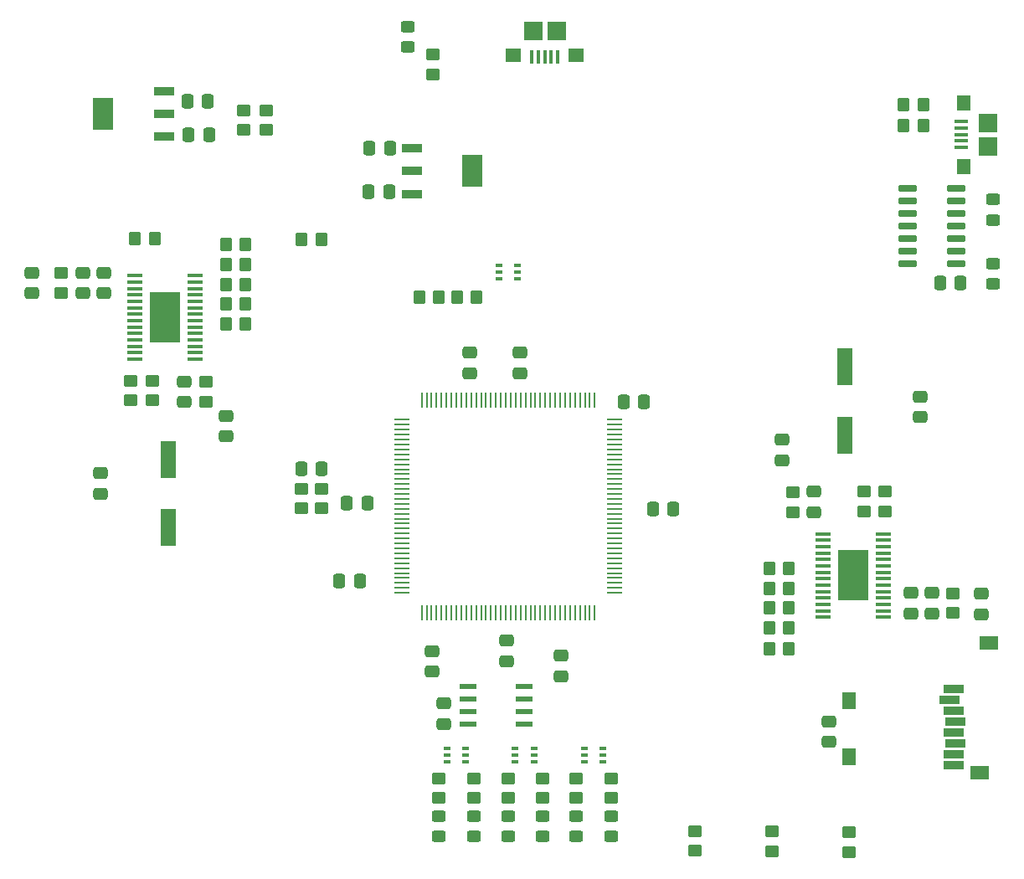
<source format=gbr>
%TF.GenerationSoftware,KiCad,Pcbnew,7.0.6*%
%TF.CreationDate,2024-03-10T14:45:18-07:00*%
%TF.ProjectId,MainBoard,4d61696e-426f-4617-9264-2e6b69636164,0.2*%
%TF.SameCoordinates,Original*%
%TF.FileFunction,Paste,Top*%
%TF.FilePolarity,Positive*%
%FSLAX46Y46*%
G04 Gerber Fmt 4.6, Leading zero omitted, Abs format (unit mm)*
G04 Created by KiCad (PCBNEW 7.0.6) date 2024-03-10 14:45:18*
%MOMM*%
%LPD*%
G01*
G04 APERTURE LIST*
G04 Aperture macros list*
%AMRoundRect*
0 Rectangle with rounded corners*
0 $1 Rounding radius*
0 $2 $3 $4 $5 $6 $7 $8 $9 X,Y pos of 4 corners*
0 Add a 4 corners polygon primitive as box body*
4,1,4,$2,$3,$4,$5,$6,$7,$8,$9,$2,$3,0*
0 Add four circle primitives for the rounded corners*
1,1,$1+$1,$2,$3*
1,1,$1+$1,$4,$5*
1,1,$1+$1,$6,$7*
1,1,$1+$1,$8,$9*
0 Add four rect primitives between the rounded corners*
20,1,$1+$1,$2,$3,$4,$5,0*
20,1,$1+$1,$4,$5,$6,$7,0*
20,1,$1+$1,$6,$7,$8,$9,0*
20,1,$1+$1,$8,$9,$2,$3,0*%
G04 Aperture macros list end*
%ADD10RoundRect,0.250000X0.450000X-0.325000X0.450000X0.325000X-0.450000X0.325000X-0.450000X-0.325000X0*%
%ADD11RoundRect,0.250000X-0.475000X0.337500X-0.475000X-0.337500X0.475000X-0.337500X0.475000X0.337500X0*%
%ADD12RoundRect,0.250000X0.450000X-0.350000X0.450000X0.350000X-0.450000X0.350000X-0.450000X-0.350000X0*%
%ADD13RoundRect,0.250000X0.337500X0.475000X-0.337500X0.475000X-0.337500X-0.475000X0.337500X-0.475000X0*%
%ADD14RoundRect,0.250000X0.475000X-0.337500X0.475000X0.337500X-0.475000X0.337500X-0.475000X-0.337500X0*%
%ADD15RoundRect,0.250000X-0.350000X-0.450000X0.350000X-0.450000X0.350000X0.450000X-0.350000X0.450000X0*%
%ADD16R,0.650000X0.400000*%
%ADD17RoundRect,0.250000X-0.450000X0.350000X-0.450000X-0.350000X0.450000X-0.350000X0.450000X0.350000X0*%
%ADD18RoundRect,0.250000X0.350000X0.450000X-0.350000X0.450000X-0.350000X-0.450000X0.350000X-0.450000X0*%
%ADD19R,1.599999X0.449999*%
%ADD20R,3.099999X5.180000*%
%ADD21RoundRect,0.090000X0.865000X0.210000X-0.865000X0.210000X-0.865000X-0.210000X0.865000X-0.210000X0*%
%ADD22RoundRect,0.250000X-0.450000X0.325000X-0.450000X-0.325000X0.450000X-0.325000X0.450000X0.325000X0*%
%ADD23R,1.562100X0.279400*%
%ADD24R,0.279400X1.562100*%
%ADD25R,1.600200X3.810000*%
%ADD26R,2.066000X0.901600*%
%ADD27R,2.066000X3.201599*%
%ADD28R,1.663700X0.533400*%
%ADD29R,1.350000X0.400000*%
%ADD30R,1.400000X1.600000*%
%ADD31R,1.900000X1.900000*%
%ADD32RoundRect,0.250000X-0.337500X-0.475000X0.337500X-0.475000X0.337500X0.475000X-0.337500X0.475000X0*%
%ADD33R,0.400000X1.350000*%
%ADD34R,1.600000X1.400000*%
%ADD35R,1.397000X1.803400*%
%ADD36R,1.905000X1.397000*%
%ADD37R,2.006600X0.812800*%
G04 APERTURE END LIST*
D10*
%TO.C,D5*%
X215400000Y-165400000D03*
X215400000Y-163350000D03*
%TD*%
D11*
%TO.C,C10*%
X207700000Y-146662500D03*
X207700000Y-148737500D03*
%TD*%
D12*
%TO.C,R29*%
X253500000Y-132500000D03*
X253500000Y-130500000D03*
%TD*%
D13*
%TO.C,C13*%
X203337500Y-100200000D03*
X201262500Y-100200000D03*
%TD*%
%TO.C,C3*%
X200400000Y-139550000D03*
X198325000Y-139550000D03*
%TD*%
D11*
%TO.C,C36*%
X208900000Y-151925000D03*
X208900000Y-154000000D03*
%TD*%
%TO.C,C28*%
X257050000Y-120887500D03*
X257050000Y-122962500D03*
%TD*%
D14*
%TO.C,C7*%
X216600000Y-118537500D03*
X216600000Y-116462500D03*
%TD*%
D11*
%TO.C,C6*%
X211500000Y-116462500D03*
X211500000Y-118537500D03*
%TD*%
D15*
%TO.C,R33*%
X241800000Y-144300000D03*
X243800000Y-144300000D03*
%TD*%
D11*
%TO.C,C32*%
X243100000Y-125262500D03*
X243100000Y-127337500D03*
%TD*%
D16*
%TO.C,U6*%
X218000000Y-157800000D03*
X218000000Y-157150000D03*
X218000000Y-156500000D03*
X216100000Y-156500000D03*
X216100000Y-157150000D03*
X216100000Y-157800000D03*
%TD*%
D12*
%TO.C,R12*%
X242100128Y-166875000D03*
X242100128Y-164875000D03*
%TD*%
D11*
%TO.C,C31*%
X256131250Y-140762500D03*
X256131250Y-142837500D03*
%TD*%
D14*
%TO.C,C23*%
X174500000Y-110437500D03*
X174500000Y-108362500D03*
%TD*%
D17*
%TO.C,R28*%
X251400000Y-130500000D03*
X251400000Y-132500000D03*
%TD*%
D14*
%TO.C,C9*%
X215250000Y-147637500D03*
X215250000Y-145562500D03*
%TD*%
D18*
%TO.C,R40*%
X179650000Y-104950000D03*
X177650000Y-104950000D03*
%TD*%
D19*
%TO.C,U10*%
X177650001Y-108674999D03*
X177650001Y-109325000D03*
X177650001Y-109974999D03*
X177650001Y-110625000D03*
X177650001Y-111274998D03*
X177650001Y-111925000D03*
X177650001Y-112574998D03*
X177650001Y-113225000D03*
X177650001Y-113874998D03*
X177650001Y-114525000D03*
X177650001Y-115174998D03*
X177650001Y-115824999D03*
X177650001Y-116474998D03*
X177650001Y-117124999D03*
X183750002Y-117124999D03*
X183750002Y-116474998D03*
X183750002Y-115824999D03*
X183750002Y-115174998D03*
X183750002Y-114525000D03*
X183750002Y-113874998D03*
X183750002Y-113225000D03*
X183750002Y-112574998D03*
X183750002Y-111925000D03*
X183750002Y-111274998D03*
X183750002Y-110625000D03*
X183750002Y-109974999D03*
X183750002Y-109325000D03*
X183750002Y-108674999D03*
D20*
X180700000Y-112899999D03*
%TD*%
D17*
%TO.C,R5*%
X208400000Y-159500000D03*
X208400000Y-161500000D03*
%TD*%
D10*
%TO.C,D2*%
X211900000Y-165400000D03*
X211900000Y-163350000D03*
%TD*%
D21*
%TO.C,U9*%
X260700000Y-107470000D03*
X260700000Y-106200000D03*
X260700000Y-104930000D03*
X260700000Y-103660000D03*
X260700000Y-102390000D03*
X260700000Y-101120000D03*
X260700000Y-99850000D03*
X255780000Y-99850000D03*
X255780000Y-101120000D03*
X255780000Y-102390000D03*
X255780000Y-103660000D03*
X255780000Y-104930000D03*
X255780000Y-106200000D03*
X255780000Y-107470000D03*
%TD*%
D14*
%TO.C,C8*%
X220700000Y-149168750D03*
X220700000Y-147093750D03*
%TD*%
D17*
%TO.C,R35*%
X260331250Y-140800000D03*
X260331250Y-142800000D03*
%TD*%
D18*
%TO.C,R22*%
X188850000Y-109550000D03*
X186850000Y-109550000D03*
%TD*%
D10*
%TO.C,D3*%
X208400000Y-165400000D03*
X208400000Y-163350000D03*
%TD*%
D17*
%TO.C,R6*%
X218900000Y-159500000D03*
X218900000Y-161500000D03*
%TD*%
D19*
%TO.C,U13*%
X253349999Y-143224999D03*
X253349999Y-142574998D03*
X253349999Y-141924999D03*
X253349999Y-141274998D03*
X253349999Y-140625000D03*
X253349999Y-139974998D03*
X253349999Y-139325000D03*
X253349999Y-138674998D03*
X253349999Y-138025000D03*
X253349999Y-137374998D03*
X253349999Y-136725000D03*
X253349999Y-136074999D03*
X253349999Y-135425000D03*
X253349999Y-134774999D03*
X247249998Y-134774999D03*
X247249998Y-135425000D03*
X247249998Y-136074999D03*
X247249998Y-136725000D03*
X247249998Y-137374998D03*
X247249998Y-138025000D03*
X247249998Y-138674998D03*
X247249998Y-139325000D03*
X247249998Y-139974998D03*
X247249998Y-140625000D03*
X247249998Y-141274998D03*
X247249998Y-141924999D03*
X247249998Y-142574998D03*
X247249998Y-143224999D03*
D20*
X250300000Y-138999999D03*
%TD*%
D22*
%TO.C,D1*%
X205200000Y-83475000D03*
X205200000Y-85525000D03*
%TD*%
D14*
%TO.C,C29*%
X263200000Y-142937500D03*
X263200000Y-140862500D03*
%TD*%
D16*
%TO.C,U7*%
X225000000Y-157800000D03*
X225000000Y-157150000D03*
X225000000Y-156500000D03*
X223100000Y-156500000D03*
X223100000Y-157150000D03*
X223100000Y-157800000D03*
%TD*%
D15*
%TO.C,R30*%
X241800000Y-138300000D03*
X243800000Y-138300000D03*
%TD*%
D17*
%TO.C,R1*%
X194500000Y-130200000D03*
X194500000Y-132200000D03*
%TD*%
D12*
%TO.C,R25*%
X170200000Y-110400000D03*
X170200000Y-108400000D03*
%TD*%
D15*
%TO.C,R32*%
X241800000Y-142300000D03*
X243800000Y-142300000D03*
%TD*%
%TO.C,R16*%
X255400000Y-93500000D03*
X257400000Y-93500000D03*
%TD*%
D17*
%TO.C,R7*%
X215400000Y-159500000D03*
X215400000Y-161500000D03*
%TD*%
D22*
%TO.C,D10*%
X264400000Y-107475000D03*
X264400000Y-109525000D03*
%TD*%
D23*
%TO.C,U1*%
X204624050Y-123250000D03*
X204624050Y-123749999D03*
X204624050Y-124250000D03*
X204624050Y-124749999D03*
X204624050Y-125250001D03*
X204624050Y-125750000D03*
X204624050Y-126249999D03*
X204624050Y-126750000D03*
X204624050Y-127249999D03*
X204624050Y-127750001D03*
X204624050Y-128250000D03*
X204624050Y-128749999D03*
X204624050Y-129250000D03*
X204624050Y-129749999D03*
X204624050Y-130250001D03*
X204624050Y-130750000D03*
X204624050Y-131249999D03*
X204624050Y-131750000D03*
X204624050Y-132250000D03*
X204624050Y-132749998D03*
X204624050Y-133250000D03*
X204624050Y-133749999D03*
X204624050Y-134250001D03*
X204624050Y-134750000D03*
X204624050Y-135249999D03*
X204624050Y-135750000D03*
X204624050Y-136249999D03*
X204624050Y-136750001D03*
X204624050Y-137250000D03*
X204624050Y-137749999D03*
X204624050Y-138250000D03*
X204624050Y-138749999D03*
X204624050Y-139250001D03*
X204624050Y-139750000D03*
X204624050Y-140249999D03*
X204624050Y-140750000D03*
D24*
X206650000Y-142775950D03*
X207149999Y-142775950D03*
X207650000Y-142775950D03*
X208149999Y-142775950D03*
X208650001Y-142775950D03*
X209150000Y-142775950D03*
X209649999Y-142775950D03*
X210150000Y-142775950D03*
X210649999Y-142775950D03*
X211150001Y-142775950D03*
X211650000Y-142775950D03*
X212149999Y-142775950D03*
X212650000Y-142775950D03*
X213149999Y-142775950D03*
X213650001Y-142775950D03*
X214150000Y-142775950D03*
X214649999Y-142775950D03*
X215150000Y-142775950D03*
X215650000Y-142775950D03*
X216150001Y-142775950D03*
X216650000Y-142775950D03*
X217149999Y-142775950D03*
X217650001Y-142775950D03*
X218150000Y-142775950D03*
X218650001Y-142775950D03*
X219150000Y-142775950D03*
X219649999Y-142775950D03*
X220150001Y-142775950D03*
X220650000Y-142775950D03*
X221150001Y-142775950D03*
X221650000Y-142775950D03*
X222149999Y-142775950D03*
X222650001Y-142775950D03*
X223150000Y-142775950D03*
X223650001Y-142775950D03*
X224150000Y-142775950D03*
D23*
X226175950Y-140750000D03*
X226175950Y-140250001D03*
X226175950Y-139750000D03*
X226175950Y-139250001D03*
X226175950Y-138749999D03*
X226175950Y-138250000D03*
X226175950Y-137750001D03*
X226175950Y-137250000D03*
X226175950Y-136750001D03*
X226175950Y-136249999D03*
X226175950Y-135750000D03*
X226175950Y-135250001D03*
X226175950Y-134750000D03*
X226175950Y-134250001D03*
X226175950Y-133749999D03*
X226175950Y-133250000D03*
X226175950Y-132750001D03*
X226175950Y-132250000D03*
X226175950Y-131750000D03*
X226175950Y-131249999D03*
X226175950Y-130750000D03*
X226175950Y-130250001D03*
X226175950Y-129749999D03*
X226175950Y-129250000D03*
X226175950Y-128749999D03*
X226175950Y-128250000D03*
X226175950Y-127750001D03*
X226175950Y-127249999D03*
X226175950Y-126750000D03*
X226175950Y-126249999D03*
X226175950Y-125750000D03*
X226175950Y-125250001D03*
X226175950Y-124749999D03*
X226175950Y-124250000D03*
X226175950Y-123749999D03*
X226175950Y-123250000D03*
D24*
X224150000Y-121224050D03*
X223650001Y-121224050D03*
X223150000Y-121224050D03*
X222650001Y-121224050D03*
X222149999Y-121224050D03*
X221650000Y-121224050D03*
X221150001Y-121224050D03*
X220650000Y-121224050D03*
X220150001Y-121224050D03*
X219649999Y-121224050D03*
X219150000Y-121224050D03*
X218650001Y-121224050D03*
X218150000Y-121224050D03*
X217650001Y-121224050D03*
X217149999Y-121224050D03*
X216650000Y-121224050D03*
X216150001Y-121224050D03*
X215650000Y-121224050D03*
X215150000Y-121224050D03*
X214649999Y-121224050D03*
X214150000Y-121224050D03*
X213650001Y-121224050D03*
X213149999Y-121224050D03*
X212650000Y-121224050D03*
X212149999Y-121224050D03*
X211650000Y-121224050D03*
X211150001Y-121224050D03*
X210649999Y-121224050D03*
X210150000Y-121224050D03*
X209649999Y-121224050D03*
X209150000Y-121224050D03*
X208650001Y-121224050D03*
X208149999Y-121224050D03*
X207650000Y-121224050D03*
X207149999Y-121224050D03*
X206650000Y-121224050D03*
%TD*%
D15*
%TO.C,R31*%
X241800000Y-140300000D03*
X243800000Y-140300000D03*
%TD*%
D17*
%TO.C,R17*%
X184800000Y-119400000D03*
X184800000Y-121400000D03*
%TD*%
D16*
%TO.C,U5*%
X211100000Y-157800000D03*
X211100000Y-157150000D03*
X211100000Y-156500000D03*
X209200000Y-156500000D03*
X209200000Y-157150000D03*
X209200000Y-157800000D03*
%TD*%
D25*
%TO.C,C33*%
X249400000Y-124800000D03*
X249400000Y-117891200D03*
%TD*%
D18*
%TO.C,R37*%
X196500000Y-105000000D03*
X194500000Y-105000000D03*
%TD*%
D26*
%TO.C,U2*%
X205624200Y-95800000D03*
X205624200Y-98100000D03*
X205624200Y-100400000D03*
D27*
X211775800Y-98100000D03*
%TD*%
D28*
%TO.C,U15*%
X217025750Y-154005000D03*
X217025750Y-152735000D03*
X217025750Y-151465000D03*
X217025750Y-150195000D03*
X211374250Y-150195000D03*
X211374250Y-151465000D03*
X211374250Y-152735000D03*
X211374250Y-154005000D03*
%TD*%
D29*
%TO.C,J9*%
X261225000Y-95700000D03*
X261225000Y-95050000D03*
X261225000Y-94400000D03*
X261225000Y-93750000D03*
X261225000Y-93100000D03*
D30*
X261450000Y-97600000D03*
X261450000Y-91200000D03*
D31*
X263900000Y-93200000D03*
X263900000Y-95600000D03*
%TD*%
D13*
%TO.C,C4*%
X201137500Y-131650000D03*
X199062500Y-131650000D03*
%TD*%
D12*
%TO.C,R39*%
X188650000Y-93950000D03*
X188650000Y-91950000D03*
%TD*%
%TO.C,R13*%
X249840128Y-166975000D03*
X249840128Y-164975000D03*
%TD*%
%TO.C,R38*%
X190900000Y-93950000D03*
X190900000Y-91950000D03*
%TD*%
D14*
%TO.C,C22*%
X172400000Y-110437500D03*
X172400000Y-108362500D03*
%TD*%
D10*
%TO.C,D4*%
X218900000Y-165400000D03*
X218900000Y-163350000D03*
%TD*%
D12*
%TO.C,R14*%
X234310128Y-166851200D03*
X234310128Y-164851200D03*
%TD*%
D11*
%TO.C,C20*%
X182600000Y-119362500D03*
X182600000Y-121437500D03*
%TD*%
D12*
%TO.C,R3*%
X207800000Y-88300000D03*
X207800000Y-86300000D03*
%TD*%
D14*
%TO.C,C24*%
X186900000Y-124937500D03*
X186900000Y-122862500D03*
%TD*%
D18*
%TO.C,R20*%
X188850000Y-113550000D03*
X186850000Y-113550000D03*
%TD*%
D13*
%TO.C,C5*%
X229137500Y-121400000D03*
X227062500Y-121400000D03*
%TD*%
D12*
%TO.C,R27*%
X244200000Y-132600000D03*
X244200000Y-130600000D03*
%TD*%
D16*
%TO.C,U8*%
X214450000Y-107650000D03*
X214450000Y-108300000D03*
X214450000Y-108950000D03*
X216350000Y-108950000D03*
X216350000Y-108300000D03*
X216350000Y-107650000D03*
%TD*%
D12*
%TO.C,R18*%
X179400000Y-121300000D03*
X179400000Y-119300000D03*
%TD*%
D10*
%TO.C,D6*%
X225800000Y-165400000D03*
X225800000Y-163350000D03*
%TD*%
D32*
%TO.C,C1*%
X194462500Y-128200000D03*
X196537500Y-128200000D03*
%TD*%
%TO.C,C14*%
X182962500Y-91000000D03*
X185037500Y-91000000D03*
%TD*%
D10*
%TO.C,D7*%
X222300000Y-165400000D03*
X222300000Y-163350000D03*
%TD*%
D17*
%TO.C,R4*%
X211900000Y-159500000D03*
X211900000Y-161500000D03*
%TD*%
D15*
%TO.C,R11*%
X206410000Y-110876200D03*
X208410000Y-110876200D03*
%TD*%
D14*
%TO.C,C30*%
X258231250Y-142837500D03*
X258231250Y-140762500D03*
%TD*%
D12*
%TO.C,R2*%
X196500000Y-132200000D03*
X196500000Y-130200000D03*
%TD*%
D26*
%TO.C,U3*%
X180575800Y-94628500D03*
X180575800Y-92328500D03*
X180575800Y-90028500D03*
D27*
X174424200Y-92328500D03*
%TD*%
D32*
%TO.C,C12*%
X183062500Y-94400000D03*
X185137500Y-94400000D03*
%TD*%
D15*
%TO.C,R34*%
X241800000Y-146400000D03*
X243800000Y-146400000D03*
%TD*%
D17*
%TO.C,R8*%
X225800000Y-159500000D03*
X225800000Y-161500000D03*
%TD*%
D14*
%TO.C,C35*%
X247800000Y-155837500D03*
X247800000Y-153762500D03*
%TD*%
D13*
%TO.C,C19*%
X261137500Y-109400000D03*
X259062500Y-109400000D03*
%TD*%
D14*
%TO.C,C27*%
X174150000Y-130707500D03*
X174150000Y-128632500D03*
%TD*%
D15*
%TO.C,R15*%
X255400000Y-91400000D03*
X257400000Y-91400000D03*
%TD*%
D11*
%TO.C,C21*%
X167200000Y-108362500D03*
X167200000Y-110437500D03*
%TD*%
D18*
%TO.C,R10*%
X212210000Y-110876200D03*
X210210000Y-110876200D03*
%TD*%
D10*
%TO.C,D9*%
X264400000Y-103025000D03*
X264400000Y-100975000D03*
%TD*%
D33*
%TO.C,J4*%
X220400000Y-86575000D03*
X219750000Y-86575000D03*
X219100000Y-86575000D03*
X218450000Y-86575000D03*
X217800000Y-86575000D03*
D34*
X222300000Y-86350000D03*
X215900000Y-86350000D03*
D31*
X217900000Y-83900000D03*
X220300000Y-83900000D03*
%TD*%
D18*
%TO.C,R23*%
X188850000Y-107550000D03*
X186850000Y-107550000D03*
%TD*%
D13*
%TO.C,C2*%
X232087500Y-132250000D03*
X230012500Y-132250000D03*
%TD*%
D18*
%TO.C,R24*%
X188850000Y-105550000D03*
X186850000Y-105550000D03*
%TD*%
D17*
%TO.C,R9*%
X222300000Y-159500000D03*
X222300000Y-161500000D03*
%TD*%
D18*
%TO.C,R21*%
X188850000Y-111550000D03*
X186850000Y-111550000D03*
%TD*%
D17*
%TO.C,R19*%
X177200000Y-119300000D03*
X177200000Y-121300000D03*
%TD*%
D25*
%TO.C,C25*%
X181000000Y-127240900D03*
X181000000Y-134149700D03*
%TD*%
D35*
%TO.C,J17*%
X249878399Y-157350000D03*
X249878399Y-151649999D03*
D36*
X263028401Y-158950000D03*
X264028401Y-145799998D03*
D37*
X260428401Y-150459999D03*
X260028402Y-151560073D03*
X260428401Y-152659999D03*
X260628401Y-153760000D03*
X260428401Y-154860000D03*
X260628401Y-155960000D03*
X260428401Y-157060001D03*
X260428401Y-158160001D03*
%TD*%
D13*
%TO.C,C11*%
X203437500Y-95800000D03*
X201362500Y-95800000D03*
%TD*%
D14*
%TO.C,C26*%
X246300000Y-132600000D03*
X246300000Y-130525000D03*
%TD*%
M02*

</source>
